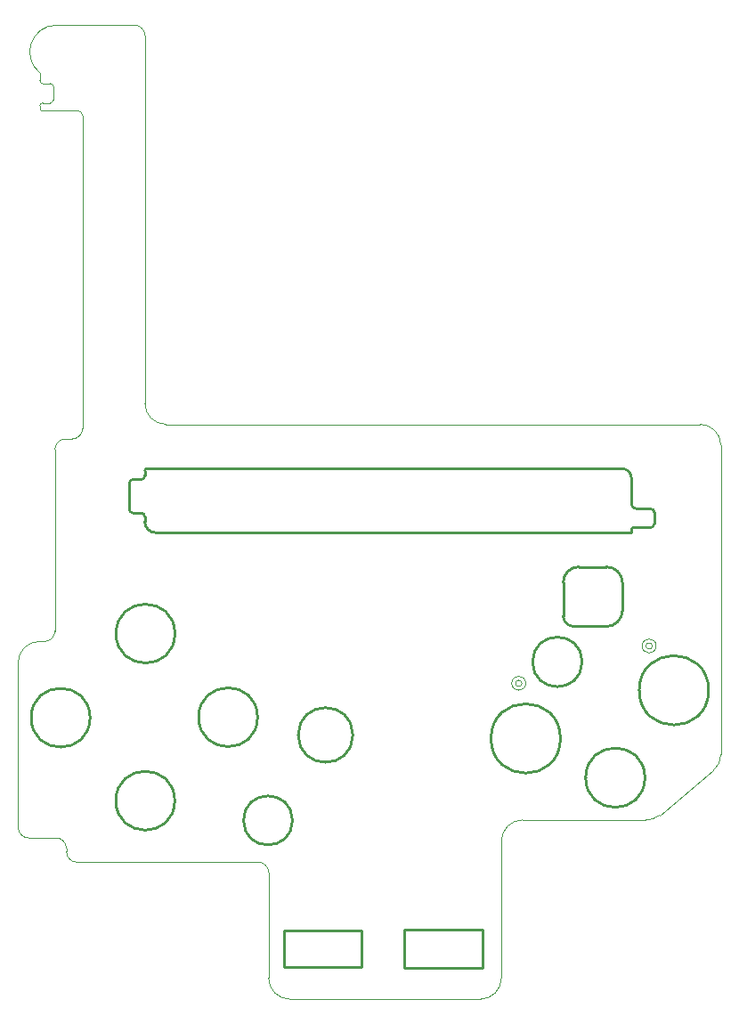
<source format=gko>
G04 Layer: BoardOutline*
G04 EasyEDA v6.4.25, 2021-10-22T16:38:50--7:00*
G04 a8c8939794724f679426a10ff434762e,1286d1f709c949e68cfeef46812bcf49,10*
G04 Gerber Generator version 0.2*
G04 Scale: 100 percent, Rotated: No, Reflected: No *
G04 Dimensions in millimeters *
G04 leading zeros omitted , absolute positions ,4 integer and 5 decimal *
%FSLAX45Y45*%
%MOMM*%

%ADD10C,0.1000*%
%ADD11C,0.2540*%
D10*
X4190329Y1733082D02*
G01*
X3016326Y1733082D01*
X2816326Y1533083D02*
G01*
X2816326Y230411D01*
X4831158Y2203041D02*
G01*
X4317702Y1778888D01*
X-1420342Y1562966D02*
G01*
X-1679582Y1562966D01*
X-1320342Y1432417D02*
G01*
X-1320342Y1462966D01*
X502838Y1332417D02*
G01*
X-1220343Y1332417D01*
X602838Y230411D02*
G01*
X602838Y1232418D01*
X2616327Y30408D02*
G01*
X802838Y30408D01*
X4903787Y5295844D02*
G01*
X4903787Y2357231D01*
X-374246Y5495846D02*
G01*
X4703782Y5495846D01*
X-574248Y9191388D02*
G01*
X-574248Y5695843D01*
X-1413362Y9291391D02*
G01*
X-674248Y9291391D01*
X-1573176Y8765801D02*
G01*
X-1573176Y8838039D01*
X-1473794Y8735801D02*
G01*
X-1543177Y8735801D01*
X-1443794Y8582167D02*
G01*
X-1443794Y8705801D01*
X-1543177Y8552167D02*
G01*
X-1473794Y8552167D01*
X-1573176Y8489203D02*
G01*
X-1573176Y8522167D01*
X-1217040Y8479203D02*
G01*
X-1563179Y8479203D01*
X-1167041Y5456189D02*
G01*
X-1167041Y8429203D01*
X-1429583Y3530942D02*
G01*
X-1429583Y5256189D01*
X-1579582Y3430943D02*
G01*
X-1529582Y3430943D01*
X-1779582Y1662965D02*
G01*
X-1779582Y3230943D01*
G75*
G01*
X-1779582Y3230943D02*
G02*
X-1579583Y3430943I199999J1D01*
G75*
G01*
X-1529583Y3430943D02*
G03*
X-1429583Y3530943I0J100000D01*
G75*
G01*
X-1429583Y5256190D02*
G02*
X-1329583Y5356189I100000J0D01*
G75*
G01*
X-1167041Y8429203D02*
G03*
X-1217041Y8479203I-50000J0D01*
G75*
G01*
X-1563177Y8479203D02*
G02*
X-1573177Y8489203I0J10000D01*
G75*
G01*
X-1573177Y8522167D02*
G02*
X-1543177Y8552167I30000J0D01*
G75*
G01*
X-1473794Y8552167D02*
G03*
X-1443794Y8582167I0J30000D01*
G75*
G01*
X-1443794Y8705802D02*
G03*
X-1473794Y8735802I-30000J0D01*
G75*
G01*
X-1543177Y8735802D02*
G02*
X-1573177Y8765802I0J30000D01*
G75*
G01*
X-1573177Y8838039D02*
G02*
X-1413363Y9291391I159811J198509D01*
G75*
G01*
X-674248Y9291391D02*
G02*
X-574246Y9191391I2J-100000D01*
G75*
G01*
X-574246Y5695846D02*
G03*
X-374246Y5495846I200000J0D01*
G75*
G01*
X4703783Y5495846D02*
G02*
X4903782Y5295847I0J-199999D01*
G75*
G01*
X4903782Y2357234D02*
G02*
X4831159Y2203041I-199999J-1D01*
G75*
G01*
X4317703Y1778889D02*
G02*
X4190329Y1733083I-127375J154193D01*
G75*
G01*
X3016326Y1733083D02*
G03*
X2816327Y1533083I0J-200000D01*
G75*
G01*
X2816327Y230411D02*
G02*
X2616327Y30409I-200000J-3D01*
G75*
G01*
X802838Y30409D02*
G02*
X602839Y230411I0J199999D01*
G75*
G01*
X602839Y1232418D02*
G03*
X502839Y1332418I-100000J0D01*
G75*
G01*
X-1220343Y1332418D02*
G02*
X-1320343Y1432418I0J100000D01*
G75*
G01*
X-1320343Y1462966D02*
G03*
X-1420343Y1562966I-100000J0D01*
G75*
G01*
X-1679583Y1562966D02*
G02*
X-1779582Y1662966I0J100000D01*
G75*
G01
X3047695Y3033319D02*
G03X3047695Y3033319I-66726J0D01*
G75*
G01
X3010967Y3033319D02*
G03X3010967Y3033319I-29997J0D01*
G75*
G01
X4250868Y3388563D02*
G03X4250868Y3388563I-29997J0D01*
G75*
G01
X4287596Y3388563D02*
G03X4287596Y3388563I-66726J0D01*
G75*
G01*
X-1167041Y5456189D02*
G02*
X-1267041Y5356189I-100000J0D01*
X-1267040Y5356189D02*
G01*
X-1329583Y5356189D01*
D11*
G75*
G01*
X363215Y1729199D02*
G02*
X829269Y1729199I233027J0D01*
G75*
G01*
X829269Y1729199D02*
G02*
X363215Y1729199I-233027J0D01*
X363214Y1729198D02*
G01*
X363214Y1729198D01*
G75*
G01*
X883996Y2541981D02*
G02*
X1403609Y2541981I259807J0D01*
G75*
G01*
X1403609Y2541981D02*
G02*
X883996Y2541981I-259806J0D01*
X883996Y2541981D02*
G01*
X883996Y2541981D01*
G75*
G01*
X2717317Y2508527D02*
G02*
X3377316Y2508527I330000J0D01*
G75*
G01*
X3377316Y2508527D02*
G02*
X2717317Y2508527I-329999J0D01*
X2717317Y2508526D02*
G01*
X2717317Y2508526D01*
X1489339Y336090D02*
G01*
X1489339Y686087D01*
X1489339Y686087D02*
G01*
X749343Y686087D01*
X749343Y686087D02*
G01*
X749343Y336090D01*
X749343Y336090D02*
G01*
X1489339Y336090D01*
X1489339Y336090D02*
G01*
X1489339Y336090D01*
X2638993Y690999D02*
G01*
X1888987Y690999D01*
X1888987Y690999D02*
G01*
X1888987Y330995D01*
X1888987Y330995D02*
G01*
X2638993Y330995D01*
X2638993Y330995D02*
G01*
X2638993Y690999D01*
G75*
G01*
X3112346Y3236963D02*
G02*
X3583381Y3236963I235518J0D01*
G75*
G01*
X3583381Y3236963D02*
G02*
X3112346Y3236963I-235517J0D01*
X3112345Y3236963D02*
G01*
X3112345Y3236963D01*
G75*
G01*
X4126260Y2966649D02*
G02*
X4786259Y2966649I330000J0D01*
G75*
G01*
X4786259Y2966649D02*
G02*
X4126260Y2966649I-329999J0D01*
X4126260Y2966648D02*
G01*
X4126260Y2966648D01*
G75*
G01*
X3616947Y2135812D02*
G02*
X4180804Y2135812I281929J0D01*
G75*
G01*
X4180804Y2135812D02*
G02*
X3616947Y2135812I-281928J0D01*
X3616947Y2135812D02*
G01*
X3616947Y2135812D01*
G75*
G01*
X3966019Y3990703D02*
G03*
X3816020Y4140703I-149999J0D01*
X3816019Y4140702D02*
G01*
X3553597Y4140702D01*
G75*
G01*
X3553597Y4140703D02*
G03*
X3403597Y3990703I0J-150000D01*
X3403597Y3990703D02*
G01*
X3403597Y3674064D01*
G75*
G01*
X3403597Y3674064D02*
G03*
X3503597Y3574064I100000J0D01*
X3503597Y3574064D02*
G01*
X3816019Y3574064D01*
G75*
G01*
X3816020Y3574064D02*
G03*
X3966019Y3724064I0J150000D01*
X3966019Y3724064D02*
G01*
X3966019Y3990703D01*
G75*
G01*
X-848483Y3505835D02*
G02*
X-288472Y3505835I280006J0D01*
G75*
G01*
X-288472Y3505835D02*
G02*
X-848483Y3505835I-280005J0D01*
X-848483Y3505835D02*
G01*
X-848483Y3505835D01*
G75*
G01*
X-62760Y2710586D02*
G02*
X497252Y2710586I280006J0D01*
G75*
G01*
X497252Y2710586D02*
G02*
X-62760Y2710586I-280006J0D01*
X-62759Y2710586D02*
G01*
X-62759Y2710586D01*
G75*
G01*
X-850261Y1916760D02*
G02*
X-290250Y1916760I280006J0D01*
G75*
G01*
X-290250Y1916760D02*
G02*
X-850261Y1916760I-280005J0D01*
X-850261Y1916760D02*
G01*
X-850261Y1916760D01*
G75*
G01*
X-1655492Y2705938D02*
G02*
X-1095479Y2705938I280006J0D01*
G75*
G01*
X-1095479Y2705938D02*
G02*
X-1655492Y2705938I-280007J0D01*
X-1655491Y2705938D02*
G01*
X-1655491Y2705938D01*
G75*
G01*
X3959992Y5074989D02*
G02*
X4053992Y4980988I0J-94001D01*
X4053992Y4980988D02*
G01*
X4053992Y4737991D01*
G75*
G01*
X4053992Y4737992D02*
G03*
X4099994Y4691990I46002J0D01*
X4099994Y4691989D02*
G01*
X4237992Y4691989D01*
G75*
G01*
X4237993Y4691990D02*
G02*
X4269991Y4659991I0J-31999D01*
X4269991Y4659990D02*
G01*
X4269991Y4549990D01*
G75*
G01*
X4269991Y4549991D02*
G02*
X4233992Y4513991I-35999J0D01*
X4233992Y4513991D02*
G01*
X4063992Y4513991D01*
G75*
G01*
X4063992Y4513991D02*
G03*
X4052992Y4502991I0J-11000D01*
X4052991Y4502990D02*
G01*
X4052991Y4470991D01*
G75*
G01*
X4052992Y4470992D02*
G02*
X4046990Y4464990I-6002J0D01*
X4046989Y4464989D02*
G01*
X-470999Y4464989D01*
G75*
G01*
X-471000Y4464990D02*
G02*
X-574998Y4568988I0J103998D01*
X-574997Y4568987D02*
G01*
X-574997Y4617991D01*
G75*
G01*
X-574998Y4617992D02*
G03*
X-610997Y4653991I-35999J0D01*
X-610996Y4653991D02*
G01*
X-687999Y4653991D01*
G75*
G01*
X-688000Y4653991D02*
G02*
X-721998Y4687989I0J33998D01*
X-721997Y4687989D02*
G01*
X-721997Y4933990D01*
G75*
G01*
X-721998Y4933991D02*
G02*
X-684997Y4970991I37001J0D01*
X-684997Y4970990D02*
G01*
X-609998Y4970990D01*
G75*
G01*
X-609999Y4970991D02*
G03*
X-574998Y5005992I0J35001D01*
X-574997Y5005992D02*
G01*
X-574997Y5052989D01*
G75*
G01*
X-574998Y5052990D02*
G02*
X-552999Y5074989I21999J0D01*
X-552998Y5074988D02*
G01*
X3956992Y5074988D01*
X3956992Y5074988D02*
G01*
X3959992Y5074988D01*

%LPD*%
M02*

</source>
